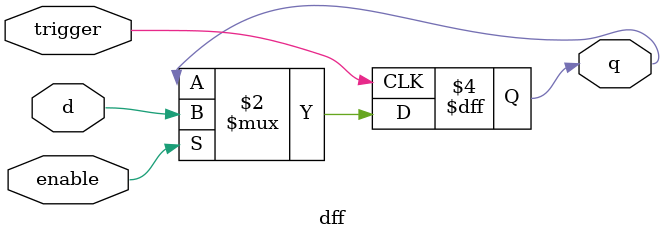
<source format=v>
module dff #( parameter W = 1 )
(
    input trigger,
    input enable,
    input      [W-1:0] d,
    output reg [W-1:0] q
);
    always @(posedge trigger) begin
        if(enable) begin
            q <= d;
        end 
    end
endmodule
</source>
